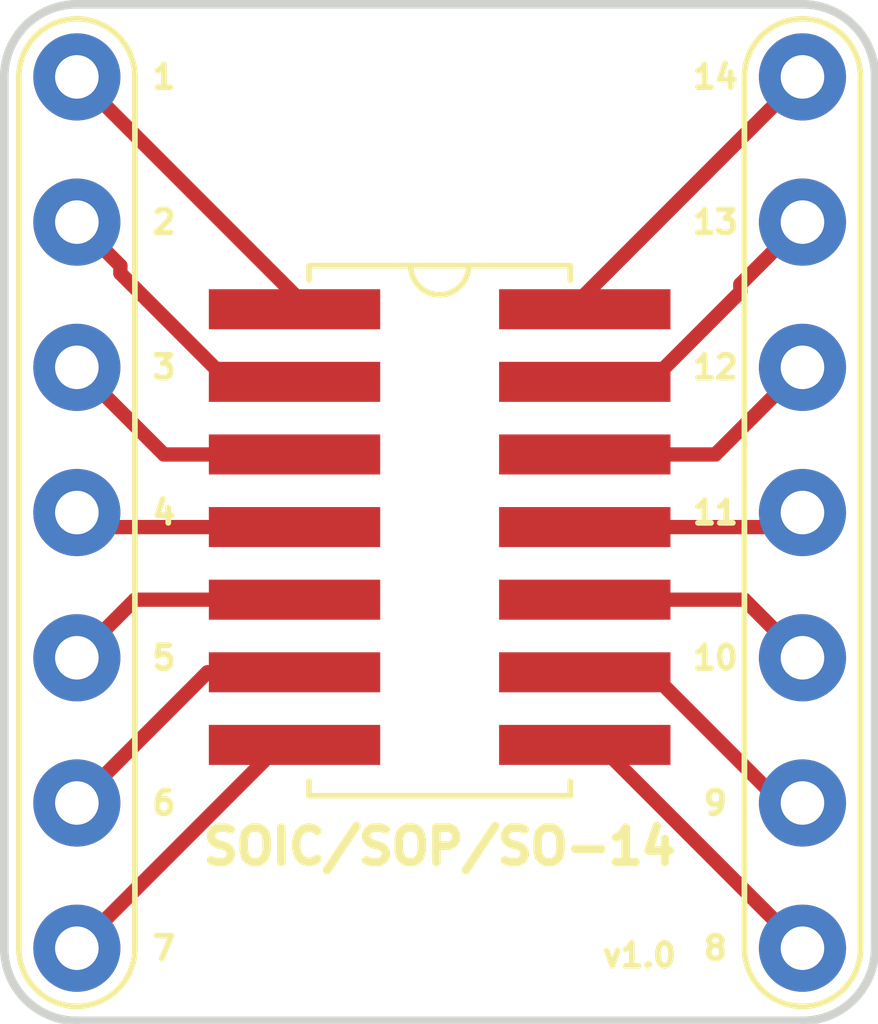
<source format=kicad_pcb>
(kicad_pcb (version 20171130) (host pcbnew "(5.0.0)")

  (general
    (thickness 1.6)
    (drawings 9)
    (tracks 34)
    (zones 0)
    (modules 2)
    (nets 15)
  )

  (page A4)
  (layers
    (0 F.Cu signal)
    (31 B.Cu signal)
    (32 B.Adhes user)
    (33 F.Adhes user)
    (34 B.Paste user)
    (35 F.Paste user)
    (36 B.SilkS user)
    (37 F.SilkS user)
    (38 B.Mask user)
    (39 F.Mask user)
    (40 Dwgs.User user)
    (41 Cmts.User user)
    (42 Eco1.User user)
    (43 Eco2.User user)
    (44 Edge.Cuts user)
    (45 Margin user)
    (46 B.CrtYd user)
    (47 F.CrtYd user)
    (48 B.Fab user)
    (49 F.Fab user)
  )

  (setup
    (last_trace_width 0.25)
    (trace_clearance 0.2)
    (zone_clearance 0.508)
    (zone_45_only no)
    (trace_min 0.2)
    (segment_width 0.2)
    (edge_width 0.15)
    (via_size 0.8)
    (via_drill 0.4)
    (via_min_size 0.4)
    (via_min_drill 0.3)
    (uvia_size 0.3)
    (uvia_drill 0.1)
    (uvias_allowed no)
    (uvia_min_size 0.2)
    (uvia_min_drill 0.1)
    (pcb_text_width 0.3)
    (pcb_text_size 1.5 1.5)
    (mod_edge_width 0.15)
    (mod_text_size 1 1)
    (mod_text_width 0.15)
    (pad_size 1.524 1.524)
    (pad_drill 0.762)
    (pad_to_mask_clearance 0.2)
    (aux_axis_origin 0 0)
    (visible_elements 7FFFFFFF)
    (pcbplotparams
      (layerselection 0x010fc_ffffffff)
      (usegerberextensions false)
      (usegerberattributes false)
      (usegerberadvancedattributes false)
      (creategerberjobfile false)
      (excludeedgelayer true)
      (linewidth 0.100000)
      (plotframeref false)
      (viasonmask false)
      (mode 1)
      (useauxorigin false)
      (hpglpennumber 1)
      (hpglpenspeed 20)
      (hpglpendiameter 15.000000)
      (psnegative false)
      (psa4output false)
      (plotreference true)
      (plotvalue true)
      (plotinvisibletext false)
      (padsonsilk false)
      (subtractmaskfromsilk false)
      (outputformat 1)
      (mirror false)
      (drillshape 1)
      (scaleselection 1)
      (outputdirectory ""))
  )

  (net 0 "")
  (net 1 "Net-(J1-Pad1)")
  (net 2 "Net-(J1-Pad2)")
  (net 3 "Net-(J1-Pad3)")
  (net 4 "Net-(J1-Pad4)")
  (net 5 "Net-(J1-Pad5)")
  (net 6 "Net-(J1-Pad6)")
  (net 7 "Net-(J1-Pad7)")
  (net 8 "Net-(J1-Pad8)")
  (net 9 "Net-(J1-Pad9)")
  (net 10 "Net-(J1-Pad10)")
  (net 11 "Net-(J1-Pad11)")
  (net 12 "Net-(J1-Pad12)")
  (net 13 "Net-(J1-Pad13)")
  (net 14 "Net-(J1-Pad14)")

  (net_class Default "This is the default net class."
    (clearance 0.2)
    (trace_width 0.25)
    (via_dia 0.8)
    (via_drill 0.4)
    (uvia_dia 0.3)
    (uvia_drill 0.1)
    (add_net "Net-(J1-Pad1)")
    (add_net "Net-(J1-Pad10)")
    (add_net "Net-(J1-Pad11)")
    (add_net "Net-(J1-Pad12)")
    (add_net "Net-(J1-Pad13)")
    (add_net "Net-(J1-Pad14)")
    (add_net "Net-(J1-Pad2)")
    (add_net "Net-(J1-Pad3)")
    (add_net "Net-(J1-Pad4)")
    (add_net "Net-(J1-Pad5)")
    (add_net "Net-(J1-Pad6)")
    (add_net "Net-(J1-Pad7)")
    (add_net "Net-(J1-Pad8)")
    (add_net "Net-(J1-Pad9)")
  )

  (module DevPcb:soic_sop_so-14 (layer F.Cu) (tedit 5BCCC86C) (tstamp 5BD2EE94)
    (at 138.176 94.107)
    (tags "soic soic14 soic-14 soic-14-n sop so jedec")
    (path /5BC4E67A)
    (attr smd)
    (fp_text reference U1 (at 0 11.684) (layer F.SilkS) hide
      (effects (font (size 0.4 0.4) (thickness 0.1)))
    )
    (fp_text value SOIC/SOP/SO-14 (at 0 10.668) (layer F.SilkS)
      (effects (font (size 0.6 0.6) (thickness 0.15)))
    )
    (fp_arc (start 0 0.508) (end -0.508 0.508) (angle -180) (layer F.SilkS) (width 0.1))
    (fp_line (start 2.286 9.525) (end 2.286 9.779) (layer F.SilkS) (width 0.1))
    (fp_line (start 2.286 9.779) (end -2.286 9.779) (layer F.SilkS) (width 0.1))
    (fp_line (start -2.286 9.525) (end -2.286 9.779) (layer F.SilkS) (width 0.1))
    (fp_line (start 2.286 0.508) (end 2.286 0.762) (layer F.SilkS) (width 0.1))
    (fp_line (start -2.286 0.508) (end -2.286 0.762) (layer F.SilkS) (width 0.1))
    (fp_line (start -2.286 0.508) (end 2.286 0.508) (layer F.SilkS) (width 0.1))
    (pad 9 smd rect (at 2.54 7.62 90) (size 0.7 3) (layers F.Cu F.Paste F.Mask)
      (net 9 "Net-(J1-Pad9)") (solder_mask_margin 0.1))
    (pad 10 smd rect (at 2.54 6.35 90) (size 0.7 3) (layers F.Cu F.Paste F.Mask)
      (net 10 "Net-(J1-Pad10)") (solder_mask_margin 0.1))
    (pad 12 smd rect (at 2.54 3.81 90) (size 0.7 3) (layers F.Cu F.Paste F.Mask)
      (net 12 "Net-(J1-Pad12)") (solder_mask_margin 0.1))
    (pad 11 smd rect (at 2.54 5.08 90) (size 0.7 3) (layers F.Cu F.Paste F.Mask)
      (net 11 "Net-(J1-Pad11)") (solder_mask_margin 0.1))
    (pad 8 smd rect (at 2.54 8.89 90) (size 0.7 3) (layers F.Cu F.Paste F.Mask)
      (net 8 "Net-(J1-Pad8)") (solder_mask_margin 0.1))
    (pad 7 smd rect (at -2.54 8.89 90) (size 0.7 3) (layers F.Cu F.Paste F.Mask)
      (net 7 "Net-(J1-Pad7)") (solder_mask_margin 0.1))
    (pad 6 smd rect (at -2.54 7.62 90) (size 0.7 3) (layers F.Cu F.Paste F.Mask)
      (net 6 "Net-(J1-Pad6)") (solder_mask_margin 0.1))
    (pad 5 smd rect (at -2.54 6.35 90) (size 0.7 3) (layers F.Cu F.Paste F.Mask)
      (net 5 "Net-(J1-Pad5)") (solder_mask_margin 0.1))
    (pad 13 smd rect (at 2.54 2.54 90) (size 0.7 3) (layers F.Cu F.Paste F.Mask)
      (net 13 "Net-(J1-Pad13)") (solder_mask_margin 0.1))
    (pad 14 smd rect (at 2.54 1.27 90) (size 0.7 3) (layers F.Cu F.Paste F.Mask)
      (net 14 "Net-(J1-Pad14)") (solder_mask_margin 0.1))
    (pad 4 smd rect (at -2.54 5.08 90) (size 0.7 3) (layers F.Cu F.Paste F.Mask)
      (net 4 "Net-(J1-Pad4)") (solder_mask_margin 0.1))
    (pad 3 smd rect (at -2.54 3.81 90) (size 0.7 3) (layers F.Cu F.Paste F.Mask)
      (net 3 "Net-(J1-Pad3)") (solder_mask_margin 0.1))
    (pad 2 smd rect (at -2.54 2.54 90) (size 0.7 3) (layers F.Cu F.Paste F.Mask)
      (net 2 "Net-(J1-Pad2)") (solder_mask_margin 0.1))
    (pad 1 smd rect (at -2.54 1.27 90) (size 0.7 3) (layers F.Cu F.Paste F.Mask)
      (net 1 "Net-(J1-Pad1)") (solder_mask_margin 0.1))
    (model ${KISYS3DMOD}/Package_SO.3dshapes/SOIC-14_3.9x8.7mm_P1.27mm.step
      (offset (xyz 0 -5.1 0))
      (scale (xyz 1 1 1))
      (rotate (xyz 0 0 0))
    )
  )

  (module DevPc:bb_2x7 (layer F.Cu) (tedit 5BC389D4) (tstamp 5BD2EE7B)
    (at 131.826 91.313)
    (path /5BC4E643)
    (fp_text reference J1 (at -1.524 0.762 270 unlocked) (layer F.SilkS) hide
      (effects (font (size 0.4 0.4) (thickness 0.1)))
    )
    (fp_text value bb2x7 (at -2.286 1.016 -90 unlocked) (layer F.Fab) hide
      (effects (font (size 0.4 0.4) (thickness 0.1)))
    )
    (fp_text user 1 (at 1.524 0) (layer F.SilkS)
      (effects (font (size 0.4 0.4) (thickness 0.1)))
    )
    (fp_line (start -1.016 0) (end -1.016 15.24) (layer F.SilkS) (width 0.1))
    (fp_line (start 1.016 15.24) (end 1.016 0) (layer F.SilkS) (width 0.1))
    (fp_text user 2 (at 1.524 2.54) (layer F.SilkS)
      (effects (font (size 0.4 0.4) (thickness 0.1)))
    )
    (fp_text user 3 (at 1.524 5.08) (layer F.SilkS)
      (effects (font (size 0.4 0.4) (thickness 0.1)))
    )
    (fp_text user 4 (at 1.524 7.62) (layer F.SilkS)
      (effects (font (size 0.4 0.4) (thickness 0.1)))
    )
    (fp_arc (start 0 0) (end 1.016 0) (angle -180) (layer F.SilkS) (width 0.1))
    (fp_arc (start 0 15.24) (end -1.016 15.24) (angle -180) (layer F.SilkS) (width 0.1))
    (fp_arc (start 12.7 0) (end 13.716 0) (angle -180) (layer F.SilkS) (width 0.1))
    (fp_arc (start 12.7 15.24) (end 11.684 15.24) (angle -180) (layer F.SilkS) (width 0.1))
    (fp_line (start 11.684 15.24) (end 11.684 0) (layer F.SilkS) (width 0.1))
    (fp_line (start 13.716 15.24) (end 13.716 0) (layer F.SilkS) (width 0.1))
    (fp_text user 13 (at 11.176 2.54) (layer F.SilkS)
      (effects (font (size 0.4 0.4) (thickness 0.1)))
    )
    (fp_text user 14 (at 11.176 0) (layer F.SilkS)
      (effects (font (size 0.4 0.4) (thickness 0.1)))
    )
    (fp_text user 8 (at 11.176 15.24) (layer F.SilkS)
      (effects (font (size 0.4 0.4) (thickness 0.1)))
    )
    (fp_text user 10 (at 11.176 10.16) (layer F.SilkS)
      (effects (font (size 0.4 0.4) (thickness 0.1)))
    )
    (fp_text user 7 (at 1.524 15.24) (layer F.SilkS)
      (effects (font (size 0.4 0.4) (thickness 0.1)))
    )
    (fp_text user 5 (at 1.524 10.16) (layer F.SilkS)
      (effects (font (size 0.4 0.4) (thickness 0.1)))
    )
    (fp_text user 12 (at 11.176 5.08) (layer F.SilkS)
      (effects (font (size 0.4 0.4) (thickness 0.1)))
    )
    (fp_text user 9 (at 11.176 12.7) (layer F.SilkS)
      (effects (font (size 0.4 0.4) (thickness 0.1)))
    )
    (fp_text user 6 (at 1.524 12.7) (layer F.SilkS)
      (effects (font (size 0.4 0.4) (thickness 0.1)))
    )
    (fp_text user 11 (at 11.176 7.62) (layer F.SilkS)
      (effects (font (size 0.4 0.4) (thickness 0.1)))
    )
    (pad 1 thru_hole circle (at 0 0) (size 1.524 1.524) (drill 0.762) (layers *.Cu *.Mask)
      (net 1 "Net-(J1-Pad1)"))
    (pad 2 thru_hole circle (at 0 2.54) (size 1.524 1.524) (drill 0.762) (layers *.Cu *.Mask)
      (net 2 "Net-(J1-Pad2)"))
    (pad 3 thru_hole circle (at 0 5.08) (size 1.524 1.524) (drill 0.762) (layers *.Cu *.Mask)
      (net 3 "Net-(J1-Pad3)"))
    (pad 4 thru_hole circle (at 0 7.62) (size 1.524 1.524) (drill 0.762) (layers *.Cu *.Mask)
      (net 4 "Net-(J1-Pad4)"))
    (pad 5 thru_hole circle (at 0 10.16) (size 1.524 1.524) (drill 0.762) (layers *.Cu *.Mask)
      (net 5 "Net-(J1-Pad5)"))
    (pad 6 thru_hole circle (at 0 12.7) (size 1.524 1.524) (drill 0.762) (layers *.Cu *.Mask)
      (net 6 "Net-(J1-Pad6)"))
    (pad 7 thru_hole circle (at 0 15.24) (size 1.524 1.524) (drill 0.762) (layers *.Cu *.Mask)
      (net 7 "Net-(J1-Pad7)"))
    (pad 8 thru_hole circle (at 12.7 15.24) (size 1.524 1.524) (drill 0.762) (layers *.Cu *.Mask)
      (net 8 "Net-(J1-Pad8)"))
    (pad 9 thru_hole circle (at 12.7 12.7) (size 1.524 1.524) (drill 0.762) (layers *.Cu *.Mask)
      (net 9 "Net-(J1-Pad9)"))
    (pad 10 thru_hole circle (at 12.7 10.16) (size 1.524 1.524) (drill 0.762) (layers *.Cu *.Mask)
      (net 10 "Net-(J1-Pad10)"))
    (pad 11 thru_hole circle (at 12.7 7.62) (size 1.524 1.524) (drill 0.762) (layers *.Cu *.Mask)
      (net 11 "Net-(J1-Pad11)"))
    (pad 12 thru_hole circle (at 12.7 5.08) (size 1.524 1.524) (drill 0.762) (layers *.Cu *.Mask)
      (net 12 "Net-(J1-Pad12)"))
    (pad 13 thru_hole circle (at 12.7 2.54) (size 1.524 1.524) (drill 0.762) (layers *.Cu *.Mask)
      (net 13 "Net-(J1-Pad13)"))
    (pad 14 thru_hole circle (at 12.7 0) (size 1.524 1.524) (drill 0.762) (layers *.Cu *.Mask)
      (net 14 "Net-(J1-Pad14)"))
  )

  (gr_text v1.0 (at 142.367 106.68) (layer F.SilkS)
    (effects (font (size 0.4 0.4) (thickness 0.1)) (justify right))
  )
  (gr_line (start 145.796 106.553) (end 145.796 91.313) (layer Edge.Cuts) (width 0.15))
  (gr_line (start 131.826 107.823) (end 144.526 107.823) (layer Edge.Cuts) (width 0.15))
  (gr_line (start 130.556 91.313) (end 130.556 106.553) (layer Edge.Cuts) (width 0.15))
  (gr_line (start 144.526 90.043) (end 131.826 90.043) (layer Edge.Cuts) (width 0.15))
  (gr_arc (start 144.526 91.313) (end 145.796 91.313) (angle -90) (layer Edge.Cuts) (width 0.15))
  (gr_arc (start 144.526 106.553) (end 144.526 107.823) (angle -90) (layer Edge.Cuts) (width 0.15))
  (gr_arc (start 131.826 106.553) (end 130.556 106.553) (angle -90) (layer Edge.Cuts) (width 0.15))
  (gr_arc (start 131.826 91.313) (end 131.826 90.043) (angle -90) (layer Edge.Cuts) (width 0.15))

  (segment (start 135.636 95.123) (end 135.636 95.377) (width 0.25) (layer F.Cu) (net 1))
  (segment (start 131.826 91.313) (end 135.636 95.123) (width 0.25) (layer F.Cu) (net 1))
  (segment (start 134.486 96.647) (end 135.636 96.647) (width 0.25) (layer F.Cu) (net 2))
  (segment (start 132.587999 94.748999) (end 134.486 96.647) (width 0.25) (layer F.Cu) (net 2))
  (segment (start 132.587999 94.614999) (end 132.587999 94.748999) (width 0.25) (layer F.Cu) (net 2))
  (segment (start 131.826 93.853) (end 132.587999 94.614999) (width 0.25) (layer F.Cu) (net 2))
  (segment (start 133.35 97.917) (end 131.826 96.393) (width 0.25) (layer F.Cu) (net 3))
  (segment (start 135.636 97.917) (end 133.35 97.917) (width 0.25) (layer F.Cu) (net 3))
  (segment (start 132.08 99.187) (end 131.826 98.933) (width 0.25) (layer F.Cu) (net 4))
  (segment (start 135.636 99.187) (end 132.08 99.187) (width 0.25) (layer F.Cu) (net 4))
  (segment (start 132.842 100.457) (end 131.826 101.473) (width 0.25) (layer F.Cu) (net 5))
  (segment (start 135.636 100.457) (end 132.842 100.457) (width 0.25) (layer F.Cu) (net 5))
  (segment (start 132.587999 103.251001) (end 131.826 104.013) (width 0.25) (layer F.Cu) (net 6))
  (segment (start 134.112 101.727) (end 132.587999 103.251001) (width 0.25) (layer F.Cu) (net 6))
  (segment (start 135.636 101.727) (end 134.112 101.727) (width 0.25) (layer F.Cu) (net 6))
  (segment (start 135.382 102.997) (end 135.636 102.997) (width 0.25) (layer F.Cu) (net 7))
  (segment (start 131.826 106.553) (end 135.382 102.997) (width 0.25) (layer F.Cu) (net 7))
  (segment (start 140.97 102.997) (end 140.716 102.997) (width 0.25) (layer F.Cu) (net 8))
  (segment (start 144.526 106.553) (end 140.97 102.997) (width 0.25) (layer F.Cu) (net 8))
  (segment (start 144.152 104.013) (end 144.526 104.013) (width 0.25) (layer F.Cu) (net 9))
  (segment (start 141.866 101.727) (end 144.152 104.013) (width 0.25) (layer F.Cu) (net 9))
  (segment (start 140.716 101.727) (end 141.866 101.727) (width 0.25) (layer F.Cu) (net 9))
  (segment (start 143.51 100.457) (end 144.526 101.473) (width 0.25) (layer F.Cu) (net 10))
  (segment (start 140.716 100.457) (end 143.51 100.457) (width 0.25) (layer F.Cu) (net 10))
  (segment (start 144.272 99.187) (end 144.526 98.933) (width 0.25) (layer F.Cu) (net 11))
  (segment (start 140.716 99.187) (end 144.272 99.187) (width 0.25) (layer F.Cu) (net 11))
  (segment (start 143.002 97.917) (end 140.716 97.917) (width 0.25) (layer F.Cu) (net 12))
  (segment (start 144.526 96.393) (end 143.002 97.917) (width 0.25) (layer F.Cu) (net 12))
  (segment (start 141.866 96.647) (end 140.716 96.647) (width 0.25) (layer F.Cu) (net 13))
  (segment (start 143.438999 95.074001) (end 141.866 96.647) (width 0.25) (layer F.Cu) (net 13))
  (segment (start 143.438999 94.940001) (end 143.438999 95.074001) (width 0.25) (layer F.Cu) (net 13))
  (segment (start 144.526 93.853) (end 143.438999 94.940001) (width 0.25) (layer F.Cu) (net 13))
  (segment (start 140.716 95.123) (end 140.716 95.377) (width 0.25) (layer F.Cu) (net 14))
  (segment (start 144.526 91.313) (end 140.716 95.123) (width 0.25) (layer F.Cu) (net 14))

)

</source>
